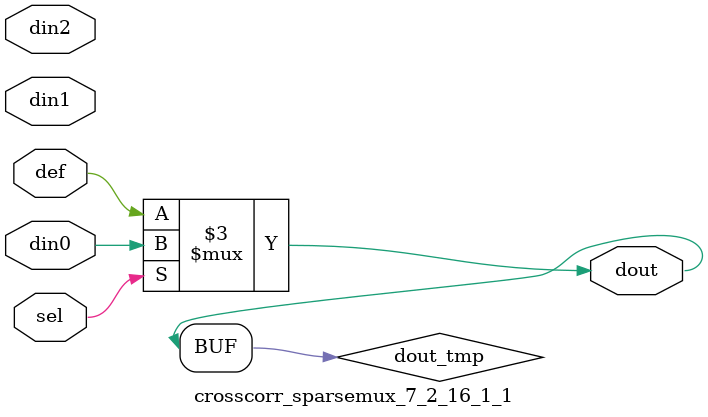
<source format=v>
`timescale 1ns / 1ps

module crosscorr_sparsemux_7_2_16_1_1 (din0,din1,din2,def,sel,dout);

parameter din0_WIDTH = 1;

parameter din1_WIDTH = 1;

parameter din2_WIDTH = 1;

parameter def_WIDTH = 1;
parameter sel_WIDTH = 1;
parameter dout_WIDTH = 1;

parameter [sel_WIDTH-1:0] CASE0 = 1;

parameter [sel_WIDTH-1:0] CASE1 = 1;

parameter [sel_WIDTH-1:0] CASE2 = 1;

parameter ID = 1;
parameter NUM_STAGE = 1;



input [din0_WIDTH-1:0] din0;

input [din1_WIDTH-1:0] din1;

input [din2_WIDTH-1:0] din2;

input [def_WIDTH-1:0] def;
input [sel_WIDTH-1:0] sel;

output [dout_WIDTH-1:0] dout;



reg [dout_WIDTH-1:0] dout_tmp;


always @ (*) begin
(* parallel_case *) case (sel)
    
    CASE0 : dout_tmp = din0;
    
    CASE1 : dout_tmp = din1;
    
    CASE2 : dout_tmp = din2;
    
    default : dout_tmp = def;
endcase
end


assign dout = dout_tmp;



endmodule

</source>
